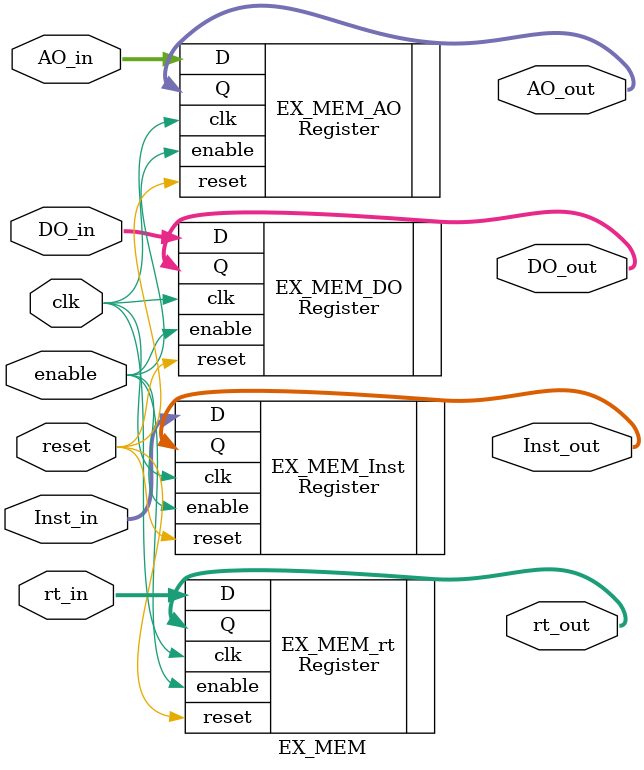
<source format=v>
/*
 * File: EX_MEM.v
 * Pipeline::EX_MEM_register
*/
module EX_MEM (
    input[31:0]     Inst_in,
    input[31:0]     AO_in,
    input[31:0]     rt_in,
    input[31:0]     DO_in,
    input           clk,
    input           reset,
    input           enable,
    output[31:0]    Inst_out,
    output[31:0]    AO_out,
    output[31:0]    rt_out,
    output[31:0]    DO_out
);
    Register#(32)EX_MEM_Inst(
        .D(Inst_in), .clk(clk), .reset(reset), .enable(enable), .Q(Inst_out)
    );
    Register#(32)EX_MEM_AO(
        .D(AO_in), .clk(clk), .reset(reset), .enable(enable), .Q(AO_out)
    );
    Register#(32)EX_MEM_rt(
        .D(rt_in), .clk(clk), .reset(reset), .enable(enable), .Q(rt_out)
    );
    Register#(32)EX_MEM_DO(
        .D(DO_in), .clk(clk), .reset(reset), .enable(enable), .Q(DO_out)
    );
endmodule
</source>
